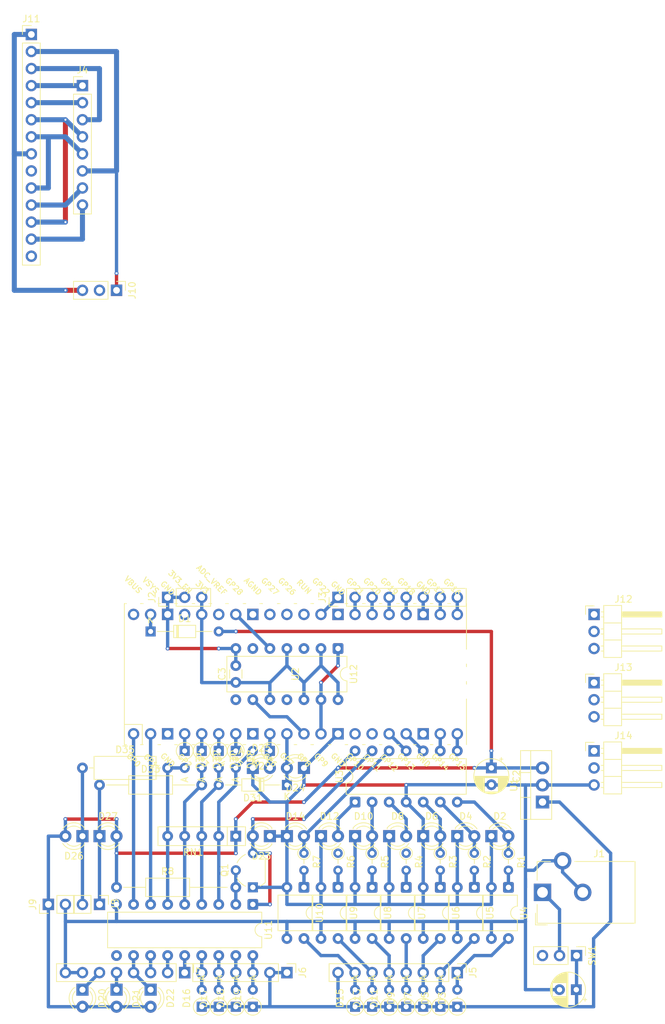
<source format=kicad_pcb>
(kicad_pcb (version 20241229) (generator "pcbnew") (generator_version "9.0")
  (layers (0 "F.Cu" signal) (2 "B.Cu" signal) (13 "F.Paste" user) (15 "B.Paste" user) (5 "F.SilkS" user "F.Silkscreen") (7 "B.SilkS" user "B.Silkscreen") (1 "F.Mask" user) (3 "B.Mask" user) (25 "Edge.Cuts" user))
  (net 0 "")
  (net 1 "+24V")
  (net 2 "GND")
  (net 3 "+5V")
  (net 4 "Net-(D1-K)")
  (net 5 "/V00")
  (net 6 "Net-(D3-A)")
  (net 7 "/V02")
  (net 8 "Net-(D5-A)")
  (net 9 "/V03")
  (net 10 "Net-(D7-A)")
  (net 11 "/V04")
  (net 12 "Net-(D9-A)")
  (net 13 "/V05")
  (net 14 "Net-(D11-A)")
  (net 15 "/V06")
  (net 16 "Net-(D13-A)")
  (net 17 "/V07")
  (net 18 "Net-(D15-A)")
  (net 19 "Net-(D16-A)")
  (net 20 "Net-(D17-A)")
  (net 21 "Net-(D18-A)")
  (net 22 "+3.3V")
  (net 23 "Net-(D19-A)")
  (net 24 "Net-(D20-K)")
  (net 25 "Net-(D21-K)")
  (net 26 "Net-(D22-K)")
  (net 27 "/V01")
  (net 28 "/PEN1")
  (net 29 "Net-(SW1-B)")
  (net 30 "/PEN0")
  (net 31 "/~CCW_Limit")
  (net 32 "/~CW_Limit")
  (net 33 "Net-(D28-A)")
  (net 34 "Net-(D30-A)")
  (net 35 "Net-(D32-A)")
  (net 36 "/CW")
  (net 37 "Net-(D34-A)")
  (net 38 "/CCW")
  (net 39 "/Reset")
  (net 40 "Net-(J7-Pin_3)")
  (net 41 "Net-(J7-Pin_1)")
  (net 42 "Net-(J7-Pin_2)")
  (net 45 "/T_DIN")
  (net 46 "/Out10")
  (net 47 "/T_CS")
  (net 48 "/T_CLK")
  (net 49 "/T_Out")
  (net 50 "/CS")
  (net 51 "/DC")
  (net 52 "/Out11")
  (net 53 "/Out01")
  (net 54 "/Out00")
  (net 55 "Net-(J14-Pin_2)")
  (net 56 "Net-(J14-Pin_1)")
  (net 57 "Net-(Q1-C)")
  (net 58 "Net-(R1-Pad2)")
  (net 59 "Net-(R2-Pad2)")
  (net 60 "Net-(R3-Pad2)")
  (net 61 "Net-(R4-Pad2)")
  (net 62 "Net-(R5-Pad2)")
  (net 63 "Net-(R6-Pad2)")
  (net 64 "Net-(R7-Pad2)")
  (net 65 "/CUS")
  (net 66 "/In1")
  (net 67 "/P0")
  (net 68 "/P1")
  (net 69 "Net-(U2-GPIO15)")
  (net 70 "/InRst")
  (net 71 "Net-(U2-GPIO14)")
  (net 72 "/EN")
  (net 73 "/In0")
  (net 76 "Net-(U2-GPIO13)")
  (net 82 "Net-(U2-GPIO12)")
  (footprint "LED_THT:LED_D3.0mm" (layer "F.Cu") (at 91.44 142.24)
    (property "Reference" "D4")
    (property "Value" "LED")
  )
  (footprint "Connector_PinHeader_2.54mm:PinHeader_1x02_P2.54mm_Vertical" (layer "F.Cu") (at 38.1 152.4 -90)
    (property "Reference" "J8")
    (property "Value" "Conn_01x02")
  )
  (footprint "Diode_THT:D_DO-34_SOD68_P2.54mm_Vertical_AnodeUp" (layer "F.Cu") (at 63.5 129.54 180)
    (property "Reference" "D29")
    (property "Value" "SBD")
  )
  (footprint "Diode_THT:D_DO-34_SOD68_P2.54mm_Vertical_AnodeUp" (layer "F.Cu") (at 50.8 129.54 -90)
    (property "Reference" "D34")
    (property "Value" "SBD")
  )
  (footprint "Diode_THT:D_DO-34_SOD68_P2.54mm_Vertical_AnodeUp" (layer "F.Cu") (at 55.88 129.54 -90)
    (property "Reference" "D30")
    (property "Value" "SBD")
  )
  (footprint "Package_DIP:DIP-18_W7.62mm" (layer "F.Cu") (at 60.96 152.4 -90)
    (property "Reference" "U11")
    (property "Value" "ULN2803A")
  )
  (footprint "Package_DIP:DIP-4_W7.62mm" (layer "F.Cu") (at 93.985 149.865 -90)
    (property "Reference" "U5")
    (property "Value" "TLP222A")
  )
  (footprint "LED_THT:LED_D3.0mm" (layer "F.Cu") (at 63.5 142.24 180)
    (property "Reference" "D23")
    (property "Value" "LED")
  )
  (footprint "Connector_PinHeader_2.54mm:PinHeader_1x02_P2.54mm_Vertical" (layer "F.Cu") (at 30.48 152.4 90)
    (property "Reference" "J9")
    (property "Value" "Conn_01x02")
  )
  (footprint "LED_THT:LED_D3.0mm" (layer "F.Cu") (at 35.56 142.24 180)
    (property "Reference" "D26")
    (property "Value" "LED")
  )
  (footprint "LED_THT:LED_D3.0mm" (layer "F.Cu") (at 81.28 142.24)
    (property "Reference" "D8")
    (property "Value" "LED")
  )
  (footprint "Diode_THT:D_DO-34_SOD68_P10.16mm_Horizontal" (layer "F.Cu") (at 45.72 111.76)
    (property "Reference" "D1")
    (property "Value" "D")
  )
  (footprint "LED_THT:LED_D3.0mm" (layer "F.Cu") (at 60.96 132.08)
    (property "Reference" "D25")
    (property "Value" "LED")
  )
  (footprint "LED_THT:LED_D3.0mm" (layer "F.Cu") (at 66.04 142.24)
    (property "Reference" "D14")
    (property "Value" "LED")
  )
  (footprint "Diode_THT:D_DO-34_SOD68_P2.54mm_Vertical_AnodeUp" (layer "F.Cu") (at 86.36 167.64 90)
    (property "Reference" "D7")
    (property "Value" "D")
  )
  (footprint "Connector_PinHeader_2.54mm:PinHeader_1x14_P2.54mm_Vertical" (layer "F.Cu") (at 27.94 22.86)
    (property "Reference" "J11")
    (property "Value" "Conn_01x14")
  )
  (footprint "Package_DIP:DIP-14_W7.62mm" (layer "F.Cu") (at 76.2 137.16 90)
    (property "Reference" "U3")
    (property "Value" "NJU3711")
  )
  (footprint "LED_THT:LED_D3.0mm" (layer "F.Cu") (at 35.56 165.1 -90)
    (property "Reference" "D20")
    (property "Value" "LED")
  )
  (footprint "LED_THT:LED_D3.0mm" (layer "F.Cu") (at 86.36 142.24)
    (property "Reference" "D6")
    (property "Value" "LED")
  )
  (footprint "Package_DIP:DIP-4_W7.62mm" (layer "F.Cu") (at 83.825 149.865 -90)
    (property "Reference" "U7")
    (property "Value" "TLP222A")
  )
  (footprint "Connector_PinHeader_2.54mm:PinHeader_1x03_P2.54mm_Vertical" (layer "F.Cu") (at 40.64 60.96 -90)
    (property "Reference" "J10")
    (property "Value" "Conn_01x03")
  )
  (footprint "CtlPanel:R_Axial_DIN0207_L6.3mm_D2.5mm_P17.78mm_Horizontal" (layer "F.Cu") (at 40.64 149.86)
    (property "Reference" "R8")
    (property "Value" "R")
  )
  (footprint "Resistor_THT:R_Axial_DIN0309_L9.0mm_D3.2mm_P12.70mm_Horizontal" (layer "F.Cu") (at 35.56 132.08)
    (property "Reference" "D35")
    (property "Value" "SBD")
  )
  (footprint "LED_THT:LED_D3.0mm" (layer "F.Cu") (at 68.58 132.08 180)
    (property "Reference" "D24")
    (property "Value" "LED")
  )
  (footprint "Connector_PinHeader_2.54mm:PinHeader_1x06_P2.54mm_Vertical" (layer "F.Cu") (at 66.04 162.56 -90)
    (property "Reference" "J6")
    (property "Value" "Conn_01x06")
  )
  (footprint "LED_THT:LED_D3.0mm" (layer "F.Cu") (at 45.72 165.1 -90)
    (property "Reference" "D22")
    (property "Value" "LED")
  )
  (footprint "Resistor_THT:R_Axial_DIN0204_L3.6mm_D1.6mm_P2.54mm_Vertical" (layer "F.Cu") (at 83.82 144.78 -90)
    (property "Reference" "R4")
    (property "Value" "R")
  )
  (footprint "Package_DIP:DIP-4_W7.62mm" (layer "F.Cu") (at 78.74 149.865 -90)
    (property "Reference" "U8")
    (property "Value" "TLP222A")
  )
  (footprint "Diode_THT:D_DO-34_SOD68_P2.54mm_Vertical_AnodeUp" (layer "F.Cu") (at 83.82 167.64 90)
    (property "Reference" "D9")
    (property "Value" "D")
  )
  (footprint "Package_DIP:DIP-4_W7.62mm" (layer "F.Cu") (at 88.905 149.865 -90)
    (property "Reference" "U6")
    (property "Value" "TLP222A")
  )
  (footprint "Connector_PinHeader_2.54mm:PinHeader_1x03_P2.54mm_Horizontal" (layer "F.Cu") (at 111.83 119.38)
    (property "Reference" "J13")
    (property "Value" "Conn_01x03")
  )
  (footprint "Diode_THT:D_DO-34_SOD68_P10.16mm_Horizontal" (layer "F.Cu") (at 66.04 134.62 180)
    (property "Reference" "D31")
    (property "Value" "SBD")
  )
  (footprint "LED_THT:LED_D3.0mm" (layer "F.Cu") (at 76.2 142.24)
    (property "Reference" "D10")
    (property "Value" "LED")
  )
  (footprint "Diode_THT:D_DO-34_SOD68_P2.54mm_Vertical_AnodeUp" (layer "F.Cu") (at 78.74 167.64 90)
    (property "Reference" "D13")
    (property "Value" "D")
  )
  (footprint "Diode_THT:D_DO-34_SOD68_P2.54mm_Vertical_AnodeUp" (layer "F.Cu") (at 88.9 167.64 90)
    (property "Reference" "D5")
    (property "Value" "D")
  )
  (footprint "Package_DIP:DIP-4_W7.62mm" (layer "F.Cu") (at 68.58 149.86 -90)
    (property "Reference" "U10")
    (property "Value" "TLP222A")
  )
  (footprint "Capacitor_THT:CP_Radial_D5.0mm_P2.50mm" (layer "F.Cu") (at 109.18 165.1 180)
    (property "Reference" "C1" (hide yes))
    (property "Value" "100u")
  )
  (footprint "LED_THT:LED_D3.0mm" (layer "F.Cu") (at 71.12 142.24)
    (property "Reference" "D12")
    (property "Value" "LED")
  )
  (footprint "Connector_PinHeader_2.54mm:PinHeader_1x03_P2.54mm_Horizontal" (layer "F.Cu") (at 111.83 129.54)
    (property "Reference" "J14")
    (property "Value" "Conn_01x03")
  )
  (footprint "Package_TO_SOT_THT:TO-92_Wide" (layer "F.Cu") (at 60.96 149.86 90)
    (property "Reference" "Q1")
    (property "Value" "DTC114")
  )
  (footprint "Resistor_THT:R_Axial_DIN0204_L3.6mm_D1.6mm_P2.54mm_Vertical" (layer "F.Cu") (at 68.58 144.78 -90)
    (property "Reference" "R7")
    (property "Value" "R")
  )
  (footprint "Diode_THT:D_DO-34_SOD68_P2.54mm_Vertical_AnodeUp" (layer "F.Cu") (at 76.2 167.64 90)
    (property "Reference" "D15")
    (property "Value" "D")
  )
  (footprint "Diode_THT:D_DO-34_SOD68_P2.54mm_Vertical_AnodeUp" (layer "F.Cu") (at 81.28 167.64 90)
    (property "Reference" "D11")
    (property "Value" "D")
  )
  (footprint "Resistor_THT:R_Axial_DIN0204_L3.6mm_D1.6mm_P2.54mm_Vertical" (layer "F.Cu") (at 73.66 144.78 -90)
    (property "Reference" "R6")
    (property "Value" "R")
  )
  (footprint "Diode_THT:D_DO-34_SOD68_P2.54mm_Vertical_AnodeUp" (layer "F.Cu") (at 55.88 167.64 90)
    (property "Reference" "D17")
    (property "Value" "D")
  )
  (footprint "Package_DIP:DIP-4_W7.62mm" (layer "F.Cu") (at 99.065 149.865 -90)
    (property "Reference" "U4")
    (property "Value" "TLP222A")
  )
  (footprint "Connector_PinHeader_2.54mm:PinHeader_1x08_P2.54mm_Vertical" (layer "F.Cu") (at 73.66 106.68 90)
    (property "Reference" "J3")
    (property "Value" "Conn_01x08")
  )
  (footprint "Diode_THT:D_DO-34_SOD68_P2.54mm_Vertical_AnodeUp" (layer "F.Cu") (at 53.34 129.54 -90)
    (property "Reference" "D32")
    (property "Value" "SBD")
  )
  (footprint "LED_THT:LED_D3.0mm" (layer "F.Cu") (at 40.64 165.1 -90)
    (property "Reference" "D21")
    (property "Value" "LED")
  )
  (footprint "Connector_BarrelJack:BarrelJack_CUI_PJ-102AH_Horizontal" (layer "F.Cu") (at 104.14 150.61 90)
    (property "Reference" "J1")
    (property "Value" "Barrel_Jack_Switch")
  )
  (footprint "Diode_THT:D_DO-34_SOD68_P2.54mm_Vertical_AnodeUp" (layer "F.Cu") (at 91.44 167.64 90)
    (property "Reference" "D3")
    (property "Value" "D")
  )
  (footprint "Connector_PinHeader_2.54mm:PinHeader_1x08_P2.54mm_Vertical" (layer "F.Cu") (at 50.8 162.56 -90)
    (property "Reference" "J7")
    (property "Value" "Conn_01x08")
  )
  (footprint "Package_TO_SOT_THT:TO-220-3_Vertical" (layer "F.Cu") (at 104.14 137.16 90)
    (property "Reference" "U1")
    (property "Value" "LM7805_TO220")
  )
  (footprint "Capacitor_THT:CP_Radial_D5.0mm_P2.50mm" (layer "F.Cu") (at 96.52 132.08 -90)
    (property "Reference" "C2")
    (property "Value" "100u")
  )
  (footprint "Capacitor_THT:C_Disc_D3.0mm_W1.6mm_P2.50mm" (layer "F.Cu") (at 58.42 119.34 90)
    (property "Reference" "C3")
    (property "Value" "C")
  )
  (footprint "Diode_THT:D_DO-34_SOD68_P2.54mm_Vertical_AnodeUp" (layer "F.Cu") (at 58.42 129.54 -90)
    (property "Reference" "D28")
    (property "Value" "SBD")
  )
  (footprint "Resistor_THT:R_Axial_DIN0204_L3.6mm_D1.6mm_P2.54mm_Vertical" (layer "F.Cu") (at 93.98 144.78 -90)
    (property "Reference" "R2")
    (property "Value" "R")
  )
  (footprint "Resistor_THT:R_Axial_DIN0204_L3.6mm_D1.6mm_P2.54mm_Vertical" (layer "F.Cu") (at 88.9 144.78 -90)
    (property "Reference" "R3")
    (property "Value" "R")
  )
  (footprint "Connector_PinHeader_2.54mm:PinHeader_1x03_P2.54mm_Vertical" (layer "F.Cu") (at 48.26 106.68 90)
    (property "Reference" "J2")
    (property "Value" "Conn_01x03")
  )
  (footprint "Diode_THT:D_DO-34_SOD68_P2.54mm_Vertical_AnodeUp" (layer "F.Cu") (at 53.34 167.64 90)
    (property "Reference" "D16")
    (property "Value" "D")
  )
  (footprint "Connector_PinHeader_2.54mm:PinHeader_1x03_P2.54mm_Vertical" (layer "F.Cu") (at 109.22 160.02 -90)
    (property "Reference" "SW1")
    (property "Value" "SW_SPDT")
  )
  (footprint "Resistor_THT:R_Axial_DIN0207_L6.3mm_D2.5mm_P15.24mm_Horizontal" (layer "F.Cu") (at 38.1 134.62)
    (property "Reference" "D33")
    (property "Value" "SBD")
  )
  (footprint "Package_DIP:DIP-14_W7.62mm" (layer "F.Cu") (at 73.66 114.3 -90)
    (property "Reference" "U12")
    (property "Value" "74HC74")
  )
  (footprint "Resistor_THT:R_Array_SIP5" (layer "F.Cu") (at 58.42 142.24 180)
    (property "Reference" "RN1")
    (property "Value" "5k")
  )
  (footprint "Diode_THT:D_DO-34_SOD68_P2.54mm_Vertical_AnodeUp" (layer "F.Cu") (at 60.96 167.64 90)
    (property "Reference" "D19")
    (property "Value" "D")
  )
  (footprint "Resistor_THT:R_Axial_DIN0204_L3.6mm_D1.6mm_P2.54mm_Vertical" (layer "F.Cu") (at 99.06 144.78 -90)
    (property "Reference" "R1")
    (property "Value" "R")
  )
  (footprint "Package_DIP:DIP-4_W7.62mm" (layer "F.Cu") (at 73.66 149.86 -90)
    (property "Reference" "U9")
    (property "Value" "TLP222A")
  )
  (footprint "Connector_PinHeader_2.54mm:PinHeader_1x08_P2.54mm_Vertical" (layer "F.Cu") (at 91.44 162.56 -90)
    (property "Reference" "J5")
    (property "Value" "Conn_01x08")
  )
  (footprint "Diode_THT:D_DO-34_SOD68_P2.54mm_Vertical_AnodeUp" (layer "F.Cu") (at 58.42 167.64 90)
    (property "Reference" "D18")
    (property "Value" "D")
  )
  (footprint "Connector_PinHeader_2.54mm:PinHeader_1x08_P2.54mm_Vertical" (layer "F.Cu") (at 35.56 30.48)
    (property "Reference" "J4")
    (property "Value" "Conn_01x08")
  )
  (footprint "Resistor_THT:R_Axial_DIN0204_L3.6mm_D1.6mm_P2.54mm_Vertical" (layer "F.Cu") (at 78.74 144.78 -90)
    (property "Reference" "R5")
    (property "Value" "R")
  )
  (footprint "LED_THT:LED_D3.0mm" (layer "F.Cu") (at 38.1 142.24)
    (property "Reference" "D27")
    (property "Value" "LED")
  )
  (footprint "Connector_PinHeader_2.54mm:PinHeader_1x03_P2.54mm_Horizontal" (layer "F.Cu") (at 111.83 109.22)
    (property "Reference" "J12")
    (property "Value" "Conn_01x03")
  )
  (footprint "CtlPanel:RPi_Pico_TH" (layer "F.Cu") (at 67.31 118.11 90)
    (property "Reference" "U2")
    (property "Value" "Pico")
  )
  (footprint "LED_THT:LED_D3.0mm" (layer "F.Cu") (at 96.52 142.24)
    (property "Reference" "D2")
    (property "Value" "LED")
  )
  (segment (start 106.68 137.16) (end 104.14 137.16) (width 0.5) (layer "B.Cu") (net 1))
  (segment (start 63.5 167.64) (end 53.34 167.64) (width 0.5) (layer "B.Cu") (net 1))
  (segment (start 111.76 167.64) (end 111.76 157.48) (width 0.5) (layer "B.Cu") (net 1))
  (segment (start 109.22 167.64) (end 111.76 167.64) (width 0.5) (layer "B.Cu") (net 1))
  (segment (start 109.22 167.64) (end 73.66 167.64) (width 0.5) (layer "B.Cu") (net 1))
  (segment (start 111.76 157.48) (end 114.3 154.94) (width 0.5) (layer "B.Cu") (net 1))
  (segment (start 63.5 162.56) (end 66.04 162.56) (width 0.5) (layer "B.Cu") (net 1))
  (segment (start 73.66 167.64) (end 63.5 167.64) (width 0.5) (layer "B.Cu") (net 1))
  (segment (start 109.22 160.02) (end 109.22 167.64) (width 0.5) (layer "B.Cu") (net 1))
  (segment (start 114.3 144.78) (end 106.68 137.16) (width 0.5) (layer "B.Cu") (net 1))
  (segment (start 63.5 162.56) (end 63.5 167.64) (width 0.5) (layer "B.Cu") (net 1))
  (segment (start 114.3 154.94) (end 114.3 144.78) (width 0.5) (layer "B.Cu") (net 1))
  (segment (start 73.66 162.56) (end 73.66 167.64) (width 0.5) (layer "B.Cu") (net 1))
  (segment (start 83.82 134.62) (end 68.58 134.62) (width 0.5) (layer "F.Cu") (net 2))
  (segment (start 40.64 60.96) (end 40.64 58.42) (width 0.5) (layer "F.Cu") (net 2))
  (segment (start 55.88 114.3) (end 48.26 114.3) (width 0.5) (layer "F.Cu") (net 2))
  (via (at 48.26 114.3) (size 0.6) (drill 0.3) (layers "F.Cu" "B.Cu") (net 2))
  (via (at 68.58 134.62) (size 0.6) (drill 0.3) (layers "F.Cu" "B.Cu") (net 2))
  (via (at 55.88 114.3) (size 0.6) (drill 0.3) (layers "F.Cu" "B.Cu") (net 2))
  (via (at 40.64 58.42) (size 0.6) (drill 0.3) (layers "F.Cu" "B.Cu") (net 2))
  (via (at 83.82 134.62) (size 0.6) (drill 0.3) (layers "F.Cu" "B.Cu") (net 2))
  (segment (start 63.5 137.16) (end 60.96 134.62) (width 0.5) (layer "B.Cu") (net 2))
  (segment (start 110.14 150.61) (end 107.14 147.61) (width 0.5) (layer "B.Cu") (net 2))
  (segment (start 96.52 152.4) (end 91.44 152.4) (width 0.5) (layer "B.Cu") (net 2))
  (segment (start 63.5 142.24) (end 66.04 142.24) (width 0.5) (layer "B.Cu") (net 2))
  (segment (start 35.56 43.18) (end 40.64 43.18) (width 0.75) (layer "B.Cu") (net 2))
  (segment (start 40.64 154.94) (end 33.02 154.94) (width 0.5) (layer "B.Cu") (net 2))
  (segment (start 96.52 154.94) (end 96.525 154.945) (width 0.5) (layer "B.Cu") (net 2))
  (segment (start 96.52 134.58) (end 83.86 134.58) (width 0.5) (layer "B.Cu") (net 2))
  (segment (start 91.44 152.4) (end 86.36 152.4) (width 0.5) (layer "B.Cu") (net 2))
  (segment (start 35.56 162.56) (end 33.02 162.56) (width 0.5) (layer "B.Cu") (net 2))
  (segment (start 86.36 106.68) (end 86.36 109.22) (width 0.5) (layer "B.Cu") (net 2))
  (segment (start 86.36 142.24) (end 86.36 152.4) (width 0.5) (layer "B.Cu") (net 2))
  (segment (start 71.12 157.48) (end 71.12 154.94) (width 0.5) (layer "B.Cu") (net 2))
  (segment (start 81.28 142.24) (end 81.28 152.4) (width 0.5) (layer "B.Cu") (net 2))
  (segment (start 58.42 114.3) (end 55.88 114.3) (width 0.5) (layer "B.Cu") (net 2))
  (segment (start 71.12 152.4) (end 66.04 152.4) (width 0.5) (layer "B.Cu") (net 2))
  (segment (start 96.56 134.62) (end 96.52 134.58) (width 0.5) (layer "B.Cu") (net 2))
  (segment (start 102.87 147.32) (end 101.6 147.32) (width 0.5) (layer "B.Cu") (net 2))
  (segment (start 81.285 157.485) (end 81.285 154.945) (width 0.5) (layer "B.Cu") (net 2))
  (segment (start 60.96 149.86) (end 66.04 149.86) (width 0.5) (layer "B.Cu") (net 2))
  (segment (start 86.365 154.945) (end 86.36 154.94) (width 0.5) (layer "B.Cu") (net 2))
  (segment (start 101.6 154.94) (end 91.44 154.94) (width 0.5) (layer "B.Cu") (net 2))
  (segment (start 111.83 134.62) (end 96.56 134.62) (width 0.5) (layer "B.Cu") (net 2))
  (segment (start 101.6 165.1) (end 101.6 154.94) (width 0.5) (layer "B.Cu") (net 2))
  (segment (start 104.28 145.91) (end 102.87 147.32) (width 0.5) (layer "B.Cu") (net 2))
  (segment (start 101.6 147.32) (end 101.6 134.62) (width 0.5) (layer "B.Cu") (net 2))
  (segment (start 66.04 154.94) (end 40.64 154.94) (width 0.5) (layer "B.Cu") (net 2))
  (segment (start 71.12 154.94) (end 66.04 154.94) (width 0.5) (layer "B.Cu") (net 2))
  (segment (start 50.8 106.68) (end 48.26 106.68) (width 0.5) (layer "B.Cu") (net 2))
  (segment (start 104.28 145.91) (end 107.14 145.91) (width 0.5) (layer "B.Cu") (net 2))
  (segment (start 68.58 134.62) (end 66.04 137.16) (width 0.5) (layer "B.Cu") (net 2))
  (segment (start 66.04 152.4) (end 66.04 142.24) (width 0.5) (layer "B.Cu") (net 2))
  (segment (start 81.28 152.4) (end 76.2 152.4) (width 0.5) (layer "B.Cu") (net 2))
  (segment (start 83.82 134.62) (end 83.82 137.16) (width 0.5) (layer "B.Cu") (net 2))
  (segment (start 86.365 157.485) (end 86.365 154.945) (width 0.5) (layer "B.Cu") (net 2))
  (segment (start 101.6 149.86) (end 101.6 148.59) (width 0.5) (layer "B.Cu") (net 2))
  (segment (start 91.44 154.94) (end 86.36 154.94) (width 0.5) (layer "B.Cu") (net 2))
  (segment (start 86.36 154.94) (end 76.2 154.94) (width 0.5) (layer "B.Cu") (net 2))
  (segment (start 71.12 142.24) (end 71.12 152.4) (width 0.5) (layer "B.Cu") (net 2))
  (segment (start 107.14 147.61) (end 107.14 145.91) (width 0.5) (layer "B.Cu") (net 2))
  (segment (start 83.82 137.16) (end 86.36 139.7) (width 0.5) (layer "B.Cu") (net 2))
  (segment (start 58.42 114.3) (end 58.42 116.84) (width 0.5) (layer "B.Cu") (net 2))
  (segment (start 73.66 127) (end 68.58 132.08) (width 0.5) (layer "B.Cu") (net 2))
  (segment (start 86.36 139.7) (end 86.36 142.24) (width 0.5) (layer "B.Cu") (net 2))
  (segment (start 66.04 137.16) (end 63.5 137.16) (width 0.5) (layer "B.Cu") (net 2))
  (segment (start 40.64 43.18) (end 40.64 25.4) (width 0.75) (layer "B.Cu") (net 2))
  (segment (start 40.64 58.42) (end 40.64 43.18) (width 0.5) (layer "B.Cu") (net 2))
  (segment (start 81.285 154.945) (end 81.28 154.94) (width 0.5) (layer "B.Cu") (net 2))
  (segment (start 101.6 154.94) (end 101.6 149.86) (width 0.5) (layer "B.Cu") (net 2))
  (segment (start 40.64 152.4) (end 40.64 154.94) (width 0.5) (layer "B.Cu") (net 2))
  (segment (start 91.445 154.945) (end 91.44 154.94) (width 0.5) (layer "B.Cu") (net 2))
  (segment (start 96.52 142.24) (end 96.52 152.4) (width 0.5) (layer "B.Cu") (net 2))
  (segment (start 40.64 25.4) (end 27.94 25.4) (width 0.75) (layer "B.Cu") (net 2))
  (segment (start 76.2 157.485) (end 76.2 154.94) (width 0.5) (layer "B.Cu") (net 2))
  (segment (start 76.2 154.94) (end 71.12 154.94) (width 0.5) (layer "B.Cu") (net 2))
  (segment (start 66.04 142.24) (end 66.04 137.16) (width 0.5) (layer "B.Cu") (net 2))
  (segment (start 66.04 154.94) (end 66.04 157.48) (width 0.5) (layer "B.Cu") (net 2))
  (segment (start 33.02 154.94) (end 33.02 152.4) (width 0.5) (layer "B.Cu") (net 2))
  (segment (start 76.2 152.4) (end 71.12 152.4) (width 0.5) (layer "B.Cu") (net 2))
  (segment (start 91.445 157.485) (end 91.445 154.945) (width 0.5) (layer "B.Cu") (net 2))
  (segment (start 68.58 132.08) (end 68.58 134.62) (width 0.5) (layer "B.Cu") (net 2))
  (segment (start 106.68 165.1) (end 101.6 165.1) (width 0.5) (layer "B.Cu") (net 2))
  (segment (start 96.525 157.485) (end 96.525 154.945) (width 0.5) (layer "B.Cu") (net 2))
  (segment (start 91.44 142.24) (end 91.44 152.4) (width 0.5) (layer "B.Cu") (net 2))
  (segment (start 83.86 134.58) (end 83.82 134.62) (width 0.5) (layer "B.Cu") (net 2))
  (segment (start 101.6 149.86) (end 101.6 147.32) (width 0.5) (layer "B.Cu") (net 2))
  (segment (start 48.26 106.68) (end 48.26 109.22) (width 0.5) (layer "B.Cu") (net 2))
  (segment (start 76.2 142.24) (end 76.2 152.4) (width 0.5) (layer "B.Cu") (net 2))
  (segment (start 60.96 132.08) (end 60.96 134.62) (width 0.5) (layer "B.Cu") (net 2))
  (segment (start 48.26 109.22) (end 48.26 114.3) (width 0.5) (layer "B.Cu") (net 2))
  (segment (start 86.36 152.4) (end 81.28 152.4) (width 0.5) (layer "B.Cu") (net 2))
  (segment (start 33.02 154.94) (end 33.02 162.56) (width 0.5) (layer "B.Cu") (net 2))
  (segment (start 60.96 137.16) (end 58.42 139.7) (width 0.5) (layer "F.Cu") (net 3))
  (segment (start 33.02 139.7) (end 40.64 139.7) (width 0.5) (layer "F.Cu") (net 3))
  (segment (start 40.64 144.78) (end 58.42 144.78) (width 0.5) (layer "F.Cu") (net 3))
  (segment (start 96.52 111.76) (end 96.52 129.54) (width 0.5) (layer "F.Cu") (net 3))
  (segment (start 68.58 137.16) (end 60.96 137.16) (width 0.5) (layer "F.Cu") (net 3))
  (segment (start 93.98 132.08) (end 73.66 132.08) (width 0.5) (layer "F.Cu") (net 3))
  (segment (start 58.42 111.76) (end 96.52 111.76) (width 0.5) (layer "F.Cu") (net 3))
  (via (at 93.98 132.08) (size 0.6) (drill 0.3) (layers "F.Cu" "B.Cu") (net 3))
  (via (at 96.52 129.54) (size 0.6) (drill 0.3) (layers "F.Cu" "B.Cu") (net 3))
  (via (at 58.42 139.7) (size 0.6) (drill 0.3) (layers "F.Cu" "B.Cu") (net 3))
  (via (at 58.42 144.78) (size 0.6) (drill 0.3) (layers "F.Cu" "B.Cu") (net 3))
  (via (at 33.02 139.7) (size 0.6) (drill 0.3) (layers "F.Cu" "B.Cu") (net 3))
  (via (at 40.64 139.7) (size 0.6) (drill 0.3) (layers "F.Cu" "B.Cu") (net 3))
  (via (at 73.66 132.08) (size 0.6) (drill 0.3) (layers "F.Cu" "B.Cu") (net 3))
  (via (at 58.42 111.76) (size 0.6) (drill 0.3) (layers "F.Cu" "B.Cu") (net 3))
  (via (at 40.64 144.78) (size 0.6) (drill 0.3) (layers "F.Cu" "B.Cu") (net 3))
  (via (at 68.58 137.16) (size 0.6) (drill 0.3) (layers "F.Cu" "B.Cu") (net 3))
  (segment (start 40.64 142.24) (end 40.64 144.78) (width 0.5) (layer "B.Cu") (net 3))
  (segment (start 40.64 149.86) (end 40.64 144.78) (width 0.5) (layer "B.Cu") (net 3))
  (segment (start 30.48 142.24) (end 33.02 142.24) (width 0.5) (layer "B.Cu") (net 3))
  (segment (start 55.88 111.76) (end 58.42 111.76) (width 0.5) (layer "B.Cu") (net 3))
  (segment (start 45.72 167.64) (end 30.48 167.64) (width 0.5) (layer "B.Cu") (net 3))
  (segment (start 33.02 142.24) (end 33.02 139.7) (width 0.5) (layer "B.Cu") (net 3))
  (segment (start 58.42 144.78) (end 58.42 142.24) (width 0.5) (layer "B.Cu") (net 3))
  (segment (start 76.2 129.54) (end 73.66 132.08) (width 0.5) (layer "B.Cu") (net 3))
  (segment (start 96.52 132.08) (end 93.98 132.08) (width 0.5) (layer "B.Cu") (net 3))
  (segment (start 104.14 132.08) (end 96.52 132.08) (width 0.5) (layer "B.Cu") (net 3))
  (segment (start 73.66 132.08) (end 68.58 137.16) (width 0.5) (layer "B.Cu") (net 3))
  (segment (start 40.64 139.7) (end 40.64 142.24) (width 0.5) (layer "B.Cu") (net 3))
  (segment (start 58.42 139.7) (end 58.42 142.24) (width 0.5) (layer "B.Cu") (net 3))
  (segment (start 96.52 129.54) (end 96.52 132.08) (width 0.5) (layer "B.Cu") (net 3))
  (segment (start 30.48 142.24) (end 30.48 167.64) (width 0.5) (layer "B.Cu") (net 3))
  (segment (start 45.72 109.22) (end 45.72 111.76) (width 0.5) (layer "B.Cu") (net 4))
  (segment (start 81.28 129.54) (end 68.58 142.24) (width 0.5) (layer "B.Cu") (net 5))
  (segment (start 68.58 142.24) (end 68.58 144.78) (width 0.5) (layer "B.Cu") (net 5))
  (segment (start 91.44 162.56) (end 91.44 165.1) (width 0.5) (layer "B.Cu") (net 6))
  (segment (start 91.44 162.56) (end 93.98 160.02) (width 0.5) (layer "B.Cu") (net 6))
  (segment (start 93.98 160.02) (end 96.53 160.02) (width 0.5) (layer "B.Cu") (net 6))
  (segment (start 96.53 160.02) (end 99.065 157.485) (width 0.5) (layer "B.Cu") (net 6))
  (segment (start 73.66 139.7) (end 73.66 142.24) (width 0.5) (layer "B.Cu") (net 7))
  (segment (start 76.2 137.16) (end 73.66 139.7) (width 0.5) (layer "B.Cu") (net 7))
  (segment (start 88.91 162.56) (end 88.9 162.56) (width 0.5) (layer "B.Cu") (net 8))
  (segment (start 88.9 162.56) (end 88.9 165.1) (width 0.5) (layer "B.Cu") (net 8))
  (segment (start 93.985 157.485) (end 88.91 162.56) (width 0.5) (layer "B.Cu") (net 8))
  (segment (start 78.74 137.16) (end 78.74 144.78) (width 0.5) (layer "B.Cu") (net 9))
  (segment (start 86.37 160.02) (end 86.36 160.02) (width 0.5) (layer "B.Cu") (net 10))
  (segment (start 88.905 157.485) (end 86.37 160.02) (width 0.5) (layer "B.Cu") (net 10))
  (segment (start 86.36 160.02) (end 86.36 162.56) (width 0.5) (layer "B.Cu") (net 10))
  (segment (start 86.36 162.56) (end 86.36 165.1) (width 0.5) (layer "B.Cu") (net 10))
  (segment (start 83.82 139.7) (end 83.82 142.24) (width 0.5) (layer "B.Cu") (net 11))
  (segment (start 81.28 137.16) (end 83.82 139.7) (width 0.5) (layer "B.Cu") (net 11))
  (segment (start 83.82 162.56) (end 83.82 165.1) (width 0.5) (layer "B.Cu") (net 12))
  (segment (start 83.825 157.485) (end 83.825 162.555) (width 0.5) (layer "B.Cu") (net 12))
  (segment (start 83.825 162.555) (end 83.82 162.56) (width 0.5) (layer "B.Cu") (net 12))
  (segment (start 86.36 137.16) (end 88.9 139.7) (width 0.5) (layer "B.Cu") (net 13))
  (segment (start 88.9 139.7) (end 88.9 144.78) (width 0.5) (layer "B.Cu") (net 13))
  (segment (start 81.28 162.56) (end 81.28 165.1) (width 0.5) (layer "B.Cu") (net 14))
  (segment (start 81.28 162.56) (end 81.28 160.02) (width 0.5) (layer "B.Cu") (net 14))
  (segment (start 81.28 160.02) (end 81.275 160.02) (width 0.5) (layer "B.Cu") (net 14))
  (segment (start 81.275 160.02) (end 78.74 157.485) (width 0.5) (layer "B.Cu") (net 14))
  (segment (start 93.98 142.24) (end 93.98 144.78) (width 0.5) (layer "B.Cu") (net 15))
  (segment (start 88.9 137.16) (end 93.98 142.24) (width 0.5) (layer "B.Cu") (net 15))
  (segment (start 78.74 162.56) (end 78.74 165.1) (width 0.5) (layer "B.Cu") (net 16))
  (segment (start 73.66 157.48) (end 78.74 162.56) (width 0.5) (layer "B.Cu") (net 16))
  (segment (start 99.06 142.24) (end 99.06 144.78) (width 0.5) (layer "B.Cu") (net 17))
  (segment (start 91.44 137.16) (end 93.98 137.16) (width 0.5) (layer "B.Cu") (net 17))
  (segment (start 93.98 137.16) (end 99.06 142.24) (width 0.5) (layer "B.Cu") (net 17))
  (segment (start 71.12 160.02) (end 68.58 157.48) (width 0.5) (layer "B.Cu") (net 18))
  (segment (start 73.66 160.02) (end 71.12 160.02) (width 0.5) (layer "B.Cu") (net 18))
  (segment (start 76.2 162.56) (end 73.66 160.02) (width 0.5) (layer "B.Cu") (net 18))
  (segment (start 76.2 162.56) (end 76.2 165.1) (width 0.5) (layer "B.Cu") (net 18))
  (segment (start 53.34 160.02) (end 53.34 165.1) (width 0.5) (layer "B.Cu") (net 19))
  (segment (start 55.88 160.02) (end 55.88 165.1) (width 0.5) (layer "B.Cu") (net 20))
  (segment (start 58.42 160.02) (end 58.42 165.1) (width 0.5) (layer "B.Cu") (net 21))
  (segment (start 33.02 60.96) (end 35.56 60.96) (width 0.75) (layer "F.Cu") (net 22))
  (via (at 33.02 60.96) (size 0.6) (drill 0.3) (layers "F.Cu" "B.Cu") (net 22))
  (segment (start 53.34 109.22) (end 53.34 119.38) (width 0.5) (layer "B.Cu") (net 22))
  (segment (start 25.4 22.86) (end 25.4 40.64) (width 0.75) (layer "B.Cu") (net 22))
  (segment (start 71.12 116.84) (end 68.58 119.38) (width 0.5) (layer "B.Cu") (net 22))
  (segment (start 71.12 114.3) (end 71.12 116.84) (width 0.5) (layer "B.Cu") (net 22))
  (segment (start 66.04 116.84) (end 63.5 119.38) (width 0.5) (layer "B.Cu") (net 22))
  (segment (start 63.5 119.38) (end 63.5 121.92) (width 0.5) (layer "B.Cu") (net 22))
  (segment (start 25.4 60.96) (end 33.02 60.96) (width 0.75) (layer "B.Cu") (net 22))
  (segment (start 27.94 22.86) (end 25.4 22.86) (width 0.75) (layer "B.Cu") (net 22))
  (segment (start 63.5 119.38) (end 53.34 119.38) (width 0.5) (layer "B.Cu") (net 22))
  (segment (start 73.66 119.38) (end 71.12 116.84) (width 0.5) (layer "B.Cu") (net 22))
  (segment (start 25.4 40.64) (end 25.4 60.96) (width 0.75) (layer "B.Cu") (net 22))
  (segment (start 53.34 106.68) (end 53.34 109.22) (width 0.5) (layer "B.Cu") (net 22))
  (segment (start 27.94 40.64) (end 25.4 40.64) (width 0.75) (layer "B.Cu") (net 22))
  (segment (start 73.66 119.38) (end 73.66 121.92) (width 0.5) (layer "B.Cu") (net 22))
  (segment (start 66.04 116.84) (end 68.58 119.38) (width 0.5) (layer "B.Cu") (net 22))
  (segment (start 68.58 119.38) (end 68.58 121.92) (width 0.5) (layer "B.Cu") (net 22))
  (segment (start 66.04 114.3) (end 66.04 116.84) (width 0.5) (layer "B.Cu") (net 22))
  (segment (start 60.96 160.02) (end 60.96 165.1) (width 0.5) (layer "B.Cu") (net 23))
  (segment (start 38.1 162.56) (end 35.56 165.1) (width 0.5) (layer "B.Cu") (net 24))
  (segment (start 40.64 162.56) (end 40.64 165.1) (width 0.5) (layer "B.Cu") (net 25))
  (segment (start 43.18 162.56) (end 45.72 165.1) (width 0.5) (layer "B.Cu") (net 26))
  (segment (start 43.18 160.02) (end 43.18 162.56) (width 0.5) (layer "B.Cu") (net 26))
  (segment (start 68.58 139.7) (end 60.96 139.7) (width 0.5) (layer "F.Cu") (net 27))
  (segment (start 63.5 152.4) (end 63.5 144.78) (width 0.5) (layer "F.Cu") (net 27))
  (via (at 63.5 144.78) (size 0.6) (drill 0.3) (layers "F.Cu" "B.Cu") (net 27))
  (via (at 60.96 139.7) (size 0.6) (drill 0.3) (layers "F.Cu" "B.Cu") (net 27))
  (via (at 68.58 139.7) (size 0.6) (drill 0.3) (layers "F.Cu" "B.Cu") (net 27))
  (via (at 63.5 152.4) (size 0.6) (drill 0.3) (layers "F.Cu" "B.Cu") (net 27))
  (segment (start 60.96 142.24) (end 60.96 144.78) (width 0.5) (layer "B.Cu") (net 27))
  (segment (start 60.96 152.4) (end 63.5 152.4) (width 0.5) (layer "B.Cu") (net 27))
  (segment (start 63.5 144.78) (end 60.96 144.78) (width 0.5) (layer "B.Cu") (net 27))
  (segment (start 60.96 139.7) (end 60.96 142.24) (width 0.5) (layer "B.Cu") (net 27))
  (segment (start 78.74 129.54) (end 68.58 139.7) (width 0.5) (layer "B.Cu") (net 27))
  (segment (start 66.04 127) (end 66.04 134.62) (width 0.5) (layer "B.Cu") (net 28))
  (segment (start 104.14 150.61) (end 106.68 153.15) (width 0.5) (layer "B.Cu") (net 29))
  (segment (start 106.68 153.15) (end 106.68 160.02) (width 0.5) (layer "B.Cu") (net 29))
  (segment (start 63.5 127) (end 63.5 132.08) (width 0.5) (layer "B.Cu") (net 30))
  (segment (start 35.56 152.4) (end 35.56 132.08) (width 0.5) (layer "B.Cu") (net 31))
  (segment (start 38.1 152.4) (end 38.1 134.62) (width 0.5) (layer "B.Cu") (net 32))
  (segment (start 60.96 129.54) (end 58.42 132.08) (width 0.5) (layer "B.Cu") (net 33))
  (segment (start 55.88 142.24) (end 55.88 152.4) (width 0.5) (layer "B.Cu") (net 33))
  (segment (start 55.88 137.16) (end 55.88 142.24) (width 0.5) (layer "B.Cu") (net 33))
  (segment (start 58.42 132.08) (end 58.42 134.62) (width 0.5) (layer "B.Cu") (net 33))
  (segment (start 58.42 134.62) (end 55.88 137.16) (width 0.5) (layer "B.Cu") (net 33))
  (segment (start 53.34 142.24) (end 53.34 152.4) (width 0.5) (layer "B.Cu") (net 34))
  (segment (start 55.88 134.62) (end 53.34 137.16) (width 0.5) (layer "B.Cu") (net 34))
  (segment (start 55.88 132.08) (end 55.88 134.62) (width 0.5) (layer "B.Cu") (net 34))
  (segment (start 53.34 137.16) (end 53.34 142.24) (width 0.5) (layer "B.Cu") (net 34))
  (segment (start 50.8 142.24) (end 50.8 152.4) (width 0.5) (layer "B.Cu") (net 35))
  (segment (start 53.34 132.08) (end 53.34 134.62) (width 0.5) (layer "B.Cu") (net 35))
  (segment (start 53.34 134.62) (end 50.8 137.16) (width 0.5) (layer "B.Cu") (net 35))
  (segment (start 50.8 137.16) (end 50.8 142.24) (width 0.5) (layer "B.Cu") (net 35))
  (segment (start 53.34 127) (end 53.34 129.54) (width 0.5) (layer "B.Cu") (net 36))
  (segment (start 48.26 132.08) (end 48.26 152.4) (width 0.5) (layer "B.Cu") (net 37))
  (segment (start 50.8 132.08) (end 48.26 132.08) (width 0.5) (layer "B.Cu") (net 37))
  (segment (start 50.8 127) (end 50.8 129.54) (width 0.5) (layer "B.Cu") (net 38))
  (segment (start 27.94 30.48) (end 35.56 30.48) (width 0.75) (layer "B.Cu") (net 39))
  (segment (start 78.74 106.68) (end 78.74 109.22) (width 0.5) (layer "B.Cu") (net 39))
  (segment (start 45.72 160.02) (end 45.72 162.56) (width 0.5) (layer "B.Cu") (net 40))
  (segment (start 50.8 160.02) (end 50.8 162.56) (width 0.5) (layer "B.Cu") (net 41))
  (segment (start 48.26 160.02) (end 48.26 162.56) (width 0.5) (layer "B.Cu") (net 42))
  (segment (start 33.02 50.8) (end 33.02 35.56) (width 0.75) (layer "F.Cu") (net 45))
  (via (at 33.02 50.8) (size 0.6) (drill 0.3) (layers "F.Cu" "B.Cu") (net 45))
  (via (at 33.02 35.56) (size 0.6) (drill 0.3) (layers "F.Cu" "B.Cu") (net 45))
  (segment (start 27.94 50.8) (end 33.02 50.8) (width 0.75) (layer "B.Cu") (net 45))
  (segment (start 33.02 35.56) (end 35.56 38.1) (width 0.75) (layer "B.Cu") (net 45))
  (segment (start 27.94 35.56) (end 33.02 35.56) (width 0.75) (layer "B.Cu") (net 45))
  (segment (start 81.28 106.68) (end 81.28 109.22) (width 0.5) (layer "B.Cu") (net 45))
  (segment (start 88.9 106.68) (end 88.9 109.22) (width 0.5) (layer "B.Cu") (net 47))
  (segment (start 35.56 45.72) (end 33.02 48.26) (width 0.75) (layer "B.Cu") (net 47))
  (segment (start 33.02 48.26) (end 27.94 48.26) (width 0.75) (layer "B.Cu") (net 47))
  (segment (start 27.94 38.1) (end 30.48 38.1) (width 0.75) (layer "B.Cu") (net 48))
  (segment (start 30.48 38.1) (end 30.48 45.72) (width 0.75) (layer "B.Cu") (net 48))
  (segment (start 83.82 106.68) (end 83.82 109.22) (width 0.5) (layer "B.Cu") (net 48))
  (segment (start 33.02 38.1) (end 35.56 40.64) (width 0.75) (layer "B.Cu") (net 48))
  (segment (start 30.48 38.1) (end 33.02 38.1) (width 0.75) (layer "B.Cu") (net 48))
  (segment (start 30.48 45.72) (end 27.94 45.72) (width 0.75) (layer "B.Cu") (net 48))
  (segment (start 35.56 53.34) (end 27.94 53.34) (width 0.75) (layer "B.Cu") (net 49))
  (segment (start 35.56 48.26) (end 35.56 53.34) (width 0.75) (layer "B.Cu") (net 49))
  (segment (start 91.44 106.68) (end 91.44 109.22) (width 0.5) (layer "B.Cu") (net 49))
  (segment (start 27.94 27.94) (end 38.1 27.94) (width 0.75) (layer "B.Cu") (net 50))
  (segment (start 38.1 27.94) (end 38.1 35.56) (width 0.75) (layer "B.Cu") (net 50))
  (segment (start 38.1 35.56) (end 35.56 35.56) (width 0.75) (layer "B.Cu") (net 50))
  (segment (start 73.66 106.68) (end 71.12 109.22) (width 0.5) (layer "B.Cu") (net 50))
  (segment (start 35.56 33.02) (end 27.94 33.02) (width 0.75) (layer "B.Cu") (net 51))
  (segment (start 76.2 106.68) (end 76.2 109.22) (width 0.5) (layer "B.Cu") (net 51))
  (segment (start 58.42 147.32) (end 58.42 152.4) (width 0.5) (layer "B.Cu") (net 57))
  (segment (start 99.06 149.86) (end 99.065 149.865) (width 0.5) (layer "B.Cu") (net 58))
  (segment (start 99.06 147.32) (end 99.06 149.86) (width 0.5) (layer "B.Cu") (net 58))
  (segment (start 93.98 149.86) (end 93.985 149.865) (width 0.5) (layer "B.Cu") (net 59))
  (segment (start 93.98 147.32) (end 93.98 149.86) (width 0.5) (layer "B.Cu") (net 59))
  (segment (start 88.9 147.32) (end 88.9 149.86) (width 0.5) (layer "B.Cu") (net 60))
  (segment (start 88.9 149.86) (end 88.905 149.865) (width 0.5) (layer "B.Cu") (net 60))
  (segment (start 83.82 147.32) (end 83.82 149.86) (width 0.5) (layer "B.Cu") (net 61))
  (segment (start 83.82 149.86) (end 83.825 149.865) (width 0.5) (layer "B.Cu") (net 61))
  (segment (start 78.74 147.32) (end 78.74 149.865) (width 0.5) (layer "B.Cu") (net 62))
  (segment (start 73.66 147.32) (end 73.66 149.86) (width 0.5) (layer "B.Cu") (net 63))
  (segment (start 68.58 147.32) (end 68.58 149.86) (width 0.5) (layer "B.Cu") (net 64))
  (segment (start 45.72 127) (end 45.72 152.4) (width 0.5) (layer "B.Cu") (net 65))
  (segment (start 66.04 124.46) (end 63.5 124.46) (width 0.5) (layer "B.Cu") (net 66))
  (segment (start 68.58 127) (end 66.04 124.46) (width 0.5) (layer "B.Cu") (net 66))
  (segment (start 63.5 124.46) (end 60.96 121.92) (width 0.5) (layer "B.Cu") (net 66))
  (segment (start 58.42 127) (end 58.42 129.54) (width 0.5) (layer "B.Cu") (net 67))
  (segment (start 55.88 127) (end 55.88 129.54) (width 0.5) (layer "B.Cu") (net 68))
  (segment (start 91.44 127) (end 91.44 129.54) (width 0.5) (layer "B.Cu") (net 69))
  (segment (start 73.66 116.84) (end 71.12 119.38) (width 0.5) (layer "F.Cu") (net 70))
  (via (at 71.12 119.38) (size 0.6) (drill 0.3) (layers "F.Cu" "B.Cu") (net 70))
  (via (at 73.66 116.84) (size 0.6) (drill 0.3) (layers "F.Cu" "B.Cu") (net 70))
  (segment (start 73.66 114.3) (end 73.66 116.84) (width 0.5) (layer "B.Cu") (net 70))
  (segment (start 71.12 121.92) (end 71.12 127) (width 0.5) (layer "B.Cu") (net 70))
  (segment (start 71.12 119.38) (end 71.12 121.92) (width 0.5) (layer "B.Cu") (net 70))
  (segment (start 88.9 127) (end 88.9 129.54) (width 0.5) (layer "B.Cu") (net 71))
  (segment (start 43.18 127) (end 43.18 152.4) (width 0.5) (layer "B.Cu") (net 72))
  (segment (start 58.42 109.22) (end 63.5 114.3) (width 0.5) (layer "B.Cu") (net 73))
  (segment (start 83.82 127) (end 86.36 129.54) (width 0.5) (layer "B.Cu") (net 76))
  (segment (start 81.28 127) (end 83.82 129.54) (width 0.5) (layer "B.Cu") (net 82))
)
</source>
